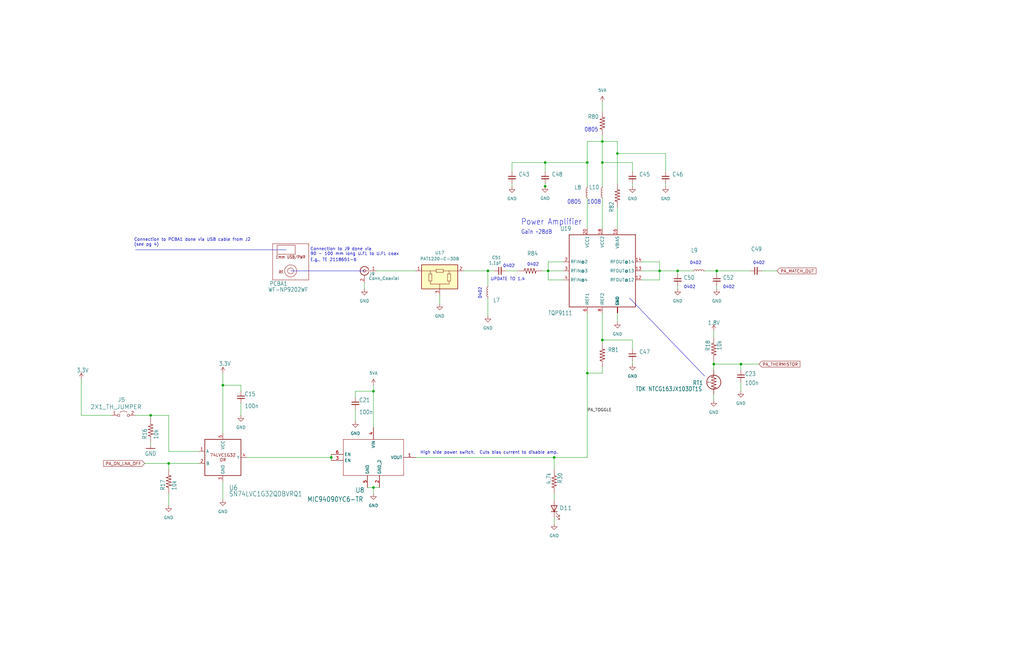
<source format=kicad_sch>
(kicad_sch (version 20250114) (generator "eeschema") (generator_version "9.0")
  (paper "B")
  (title_block (title "Oresat DxWifi Card") (date "2025-05-28") (rev "2"))
  (lib_symbols
    (symbol "Connector:Conn_Coaxial" (pin_names (offset 1.016) (hide yes))
      (property "Reference" "J" (at 0.254 3.048 0))
      (property "Value" "Conn_Coaxial" (at 2.921 0 90))
      (symbol "Conn_Coaxial_0_1"
        (polyline (pts (xy -2.54 0) (xy -0.508 0)))
        (arc (start -1.778 0.508) (mid 0.222 1.8083) (end 1.778 0) (stroke (width 0.254)))
        (arc (start 1.778 0) (mid 0.222 -1.808) (end -1.778 -0.508) (stroke (width 0.254)))
        (circle (center 0 0) (radius 0.508) (stroke (width 0.2032)))
        (polyline (pts (xy 0 -2.54) (xy 0 -1.778)))
      )
      (symbol "Conn_Coaxial_1_1"
        (pin passive line (at -5.08 0 0) (length 2.54) (name "In") (number "1"))
        (pin passive line (at 0 -5.08 90) (length 2.54) (name "Ext") (number "2"))
      )
    )
    (symbol "Device:C_Small" (pin_numbers (hide yes)) (pin_names (offset 0.254) (hide yes))
      (property "Reference" "C" (at 0.254 1.778 0))
      (property "Value" "C_Small" (at 0.254 -2.032 0))
      (symbol "C_Small_0_1"
        (polyline (pts (xy -1.524 0.508) (xy 1.524 0.508)) (stroke (width 0.3048)))
        (polyline (pts (xy -1.524 -0.508) (xy 1.524 -0.508)) (stroke (width 0.3302)))
      )
      (symbol "C_Small_1_1"
        (pin passive line (at 0 2.54 270) (length 2.032) (name "~") (number "1"))
        (pin passive line (at 0 -2.54 90) (length 2.032) (name "~") (number "2"))
      )
    )
    (symbol "Device:LED" (pin_numbers (hide yes)) (pin_names (offset 1.016) (hide yes))
      (property "Reference" "D" (at 0 2.54 0))
      (property "Value" "LED" (at 0 -2.54 0))
      (symbol "LED_0_1"
        (polyline (pts (xy -3.048 -0.762) (xy -4.572 -2.286) (xy -3.81 -2.286) (xy -4.572 -2.286) (xy -4.572 -1.524)))
        (polyline (pts (xy -1.778 -0.762) (xy -3.302 -2.286) (xy -2.54 -2.286) (xy -3.302 -2.286) (xy -3.302 -1.524)))
        (polyline (pts (xy -1.27 0) (xy 1.27 0)))
        (polyline (pts (xy -1.27 -1.27) (xy -1.27 1.27)) (stroke (width 0.254)))
        (polyline (pts (xy 1.27 -1.27) (xy 1.27 1.27) (xy -1.27 0) (xy 1.27 -1.27)) (stroke (width 0.254)))
      )
      (symbol "LED_1_1"
        (pin passive line (at -3.81 0 0) (length 2.54) (name "K") (number "1"))
        (pin passive line (at 3.81 0 180) (length 2.54) (name "A") (number "2"))
      )
    )
    (symbol "Device:L_Small" (pin_numbers (hide yes)) (pin_names (offset 0.254) (hide yes))
      (property "Reference" "L" (at 0.762 1.016 0))
      (property "Value" "L_Small" (at 0.762 -1.016 0))
      (symbol "L_Small_0_1"
        (arc (start 0 2.032) (mid 0.5058 1.524) (end 0 1.016))
        (arc (start 0 1.016) (mid 0.5058 0.508) (end 0 0))
        (arc (start 0 0) (mid 0.5058 -0.508) (end 0 -1.016))
        (arc (start 0 -1.016) (mid 0.5058 -1.524) (end 0 -2.032))
      )
      (symbol "L_Small_1_1"
        (pin passive line (at 0 2.54 270) (length 0.508) (name "~") (number "1"))
        (pin passive line (at 0 -2.54 90) (length 0.508) (name "~") (number "2"))
      )
    )
    (symbol "Jumper:Jumper_2_Open" (pin_names (offset 0) (hide yes))
      (property "Reference" "JP" (at 0 2.794 0))
      (property "Value" "Jumper_2_Open" (at 0 -2.286 0))
      (symbol "Jumper_2_Open_0_0"
        (circle (center -2.032 0) (radius 0.508))
        (circle (center 2.032 0) (radius 0.508))
      )
      (symbol "Jumper_2_Open_0_1"
        (arc (start -1.524 1.27) (mid 0 1.778) (end 1.524 1.27))
      )
      (symbol "Jumper_2_Open_1_1"
        (pin passive line (at -5.08 0 0) (length 2.54) (name "A") (number "1"))
        (pin passive line (at 5.08 0 180) (length 2.54) (name "B") (number "2"))
      )
    )
    (symbol "RF:PAT1220-C-3DB"
      (property "Reference" "U" (at -6.35 6.35 0))
      (property "Value" "PAT1220-C-3DB" (at 5.08 6.35 0))
      (symbol "PAT1220-C-3DB_0_1"
        (rectangle (start -7.62 5.08) (end 7.62 -5.08) (stroke (width 0.254)) (fill (type background)))
        (polyline (pts (xy -3.937 1.27) (xy -3.937 2.54)))
        (polyline (pts (xy -3.937 -3.048) (xy 3.937 -3.048)))
        (polyline (pts (xy -1.524 2.54) (xy -7.62 2.54)))
        (polyline (pts (xy 0 -5.08) (xy 0 -3.048)))
        (polyline (pts (xy 3.937 1.27) (xy 3.937 2.54)))
        (pin passive line (at 0 -7.62 90) (length 2.54) (name "~") (number "3"))
      )
      (symbol "PAT1220-C-3DB_1_1"
        (rectangle (start -4.572 -1.778) (end -3.302 1.27))
        (polyline (pts (xy -3.937 -3.048) (xy -3.937 -1.778)))
        (rectangle (start -1.524 3.175) (end 1.524 1.905))
        (rectangle (start 3.302 -1.778) (end 4.572 1.27))
        (polyline (pts (xy 3.937 -3.048) (xy 3.937 -1.778)))
        (polyline (pts (xy 7.62 2.54) (xy 1.524 2.54)))
        (pin passive line (at -10.16 2.54 0) (length 2.54) (name "~") (number "1"))
        (pin passive line (at 10.16 2.54 180) (length 2.54) (name "~") (number "2"))
      )
    )
    (symbol "oresat-ics:MIC94090YC6-TR"
      (property "Reference" "U8" (at 7.62 -12.7 0))
      (property "Value" "MIC94090YC6-TR" (at 27.94 -16.51 0))
      (symbol "MIC94090YC6-TR_1_0"
        (polyline (pts (xy -12.7 7.62) (xy -12.7 -7.62)) (stroke (width 0.1524)))
        (polyline (pts (xy -12.7 -7.62) (xy 12.7 -7.62)) (stroke (width 0.1524)))
        (polyline (pts (xy 12.7 7.62) (xy -12.7 7.62)) (stroke (width 0.1524)))
        (polyline (pts (xy 12.7 -7.62) (xy 12.7 7.62)) (stroke (width 0.1524)))
        (pin output line (at -17.78 0 0) (length 5.08) (name "VOUT") (number "1"))
        (pin passive line (at -2.54 -12.7 90) (length 5.08) (name "GND_2") (number "2"))
        (pin input line (at 0 12.7 270) (length 5.08) (name "VIN") (number "4"))
        (pin passive line (at 2.54 -12.7 90) (length 5.08) (name "GND") (number "5"))
        (pin input line (at 17.78 1.27 180) (length 5.08) (name "EN") (number "6"))
      )
      (symbol "MIC94090YC6-TR_1_1"
        (pin input line (at 17.78 -1.27 180) (length 5.08) (name "EN") (number "3"))
      )
    )
    (symbol "oresat-ics:SN74LVC1G32QDBVRQ1"
      (property "Reference" "U" (at -6.35 8.89 0))
      (property "Value" "SN74LVC1G32QDBVRQ1" (at 11.43 -8.89 0))
      (symbol "SN74LVC1G32QDBVRQ1_0_1"
        (rectangle (start -7.62 7.62) (end 7.62 -7.62) (stroke (width 0.254)))
        (text "74LVC1G32\nOR" (at 0 0 0) (effects (font (size 1.27 1.27))))
      )
      (symbol "SN74LVC1G32QDBVRQ1_1_1"
        (pin input line (at -10.16 2.54 0) (length 2.54) (name "A") (number "1"))
        (pin input line (at -10.16 -2.54 0) (length 2.54) (name "B") (number "2"))
        (pin power_in line (at 0 10.16 270) (length 2.54) (name "VCC") (number "5"))
        (pin power_in line (at 0 -10.16 90) (length 2.54) (name "GND") (number "3"))
        (pin output line (at 10.16 0 180) (length 2.54) (name "Y") (number "4"))
      )
    )
    (symbol "oresat-ics:TQP9111"
      (property "Reference" "U19" (at -17.78 17.78 0))
      (property "Value" "TQP9111" (at -22.86 -17.78 0))
      (symbol "TQP9111_1_0"
        (polyline (pts (xy -13.97 15.24) (xy -13.97 -15.24)) (stroke (width 0.254)))
        (polyline (pts (xy -13.97 15.24) (xy 13.97 15.24)) (stroke (width 0.254)))
        (polyline (pts (xy 13.97 -15.24) (xy -13.97 -15.24)) (stroke (width 0.254)))
        (polyline (pts (xy 13.97 -15.24) (xy 13.97 15.24)) (stroke (width 0.254)))
        (pin input line (at -16.51 3.81 0) (length 2.54) (name "RFIN@2") (number "2"))
        (pin input line (at -16.51 0 0) (length 2.54) (name "RFIN@3") (number "3"))
        (pin input line (at -16.51 -3.81 0) (length 2.54) (name "RFIN@4") (number "4"))
        (pin power_in line (at -6.35 17.78 270) (length 2.54) (name "VCC1") (number "20"))
        (pin passive line (at -6.35 -17.78 90) (length 2.54) (name "IREF1") (number "6"))
        (pin power_in line (at 0 17.78 270) (length 2.54) (name "VCC2") (number "18"))
        (pin passive line (at 0 -17.78 90) (length 2.54) (name "IREF2") (number "8"))
        (pin power_in line (at 6.35 17.78 270) (length 2.54) (name "VBIAS") (number "16"))
        (pin power_in line (at 6.35 -17.78 90) (length 2.54) (name "GND") (number "1"))
        (pin power_in line (at 6.35 -17.78 90) (length 2.54) (name "GND") (number "10"))
        (pin power_in line (at 6.35 -17.78 90) (length 2.54) (name "GND") (number "11"))
        (pin power_in line (at 6.35 -17.78 90) (length 2.54) (name "GND") (number "15"))
        (pin power_in line (at 6.35 -17.78 90) (length 2.54) (name "GND") (number "17"))
        (pin power_in line (at 6.35 -17.78 90) (length 2.54) (name "GND") (number "19"))
        (pin power_in line (at 6.35 -17.78 90) (length 2.54) (name "GND") (number "21"))
        (pin power_in line (at 6.35 -17.78 90) (length 2.54) (name "GND") (number "5"))
        (pin power_in line (at 6.35 -17.78 90) (length 2.54) (name "GND") (number "7"))
        (pin power_in line (at 6.35 -17.78 90) (length 2.54) (name "GND") (number "9"))
        (pin output line (at 16.51 3.81 180) (length 2.54) (name "RFOUT@14") (number "14"))
        (pin output line (at 16.51 0 180) (length 2.54) (name "RFOUT@13") (number "13"))
        (pin output line (at 16.51 -3.81 180) (length 2.54) (name "RFOUT@12") (number "12"))
      )
    )
    (symbol "oresat-live-card-eagle-import:WF-NP9202WF"
      (property "Reference" "PCBA" (at -2.54 -10.16 0))
      (property "Value" "WF-NP9202WF" (at -2.54 -12.7 0))
      (symbol "WF-NP9202WF_1_0"
        (polyline (pts (xy -7.62 7.62) (xy 7.62 7.62)) (stroke (width 0.1524)))
        (polyline (pts (xy -7.62 -7.62) (xy -7.62 7.62)) (stroke (width 0.1524)))
        (polyline (pts (xy -5.715 6.985) (xy 1.905 6.985)) (stroke (width 0.1524)))
        (polyline (pts (xy -5.715 3.175) (xy -5.715 6.985)) (stroke (width 0.1524)))
        (circle (center 0 -3.81) (radius 1.27) (stroke (width 0.1524)))
        (circle (center 0 -3.81) (radius 2.54) (stroke (width 0.1524)))
        (polyline (pts (xy 1.905 6.985) (xy 1.905 3.175)) (stroke (width 0.1524)))
        (polyline (pts (xy 1.905 3.175) (xy -5.715 3.175)) (stroke (width 0.1524)))
        (polyline (pts (xy 7.62 7.62) (xy 7.62 -7.62)) (stroke (width 0.1524)))
        (polyline (pts (xy 7.62 -7.62) (xy -7.62 -7.62)) (stroke (width 0.1524)))
        (text "1mm USB/PWR" (at -6.35 1.27 0) (effects (font (size 1.27 1.0795)) (justify left bottom)))
        (text "RF" (at -5.08 -5.08 0) (effects (font (size 1.27 1.0795)) (justify left bottom)))
      )
    )
    (symbol "oresat-passives:R-US"
      (property "Reference" "R" (at 0 2.54 0))
      (symbol "R-US_1_0"
        (polyline (pts (xy -2.54 0) (xy -2.159 1.016)) (stroke (width 0.2032)))
        (polyline (pts (xy -2.159 1.016) (xy -1.524 -1.016)) (stroke (width 0.2032)))
        (polyline (pts (xy -1.524 -1.016) (xy -0.889 1.016)) (stroke (width 0.2032)))
        (polyline (pts (xy -0.889 1.016) (xy -0.254 -1.016)) (stroke (width 0.2032)))
        (polyline (pts (xy -0.254 -1.016) (xy 0.381 1.016)) (stroke (width 0.2032)))
        (polyline (pts (xy 0.381 1.016) (xy 1.016 -1.016)) (stroke (width 0.2032)))
        (polyline (pts (xy 1.016 -1.016) (xy 1.651 1.016)) (stroke (width 0.2032)))
        (polyline (pts (xy 1.651 1.016) (xy 2.286 -1.016)) (stroke (width 0.2032)))
        (polyline (pts (xy 2.286 -1.016) (xy 2.54 0)) (stroke (width 0.2032)))
        (pin passive line (at -5.08 0 0) (length 2.54) (name "1") (number "1"))
        (pin passive line (at 5.08 0 180) (length 2.54) (name "2") (number "2"))
      )
    )
    (symbol "oresat-passives:THERMISTOR"
      (property "Reference" "RT1" (at 1.27 8.89 90))
      (property "Value" "TDK NTCG163JX103DT1S" (at 3.81 33.02 90))
      (symbol "THERMISTOR_1_0"
        (polyline (pts (xy -2.54 0) (xy -2.159 1.016)) (stroke (width 0.2032)))
        (polyline (pts (xy -2.159 1.016) (xy -1.524 -1.016)) (stroke (width 0.2032)))
        (polyline (pts (xy -1.524 -1.016) (xy -0.889 1.016)) (stroke (width 0.2032)))
        (polyline (pts (xy -0.889 1.016) (xy -0.254 -1.016)) (stroke (width 0.2032)))
        (polyline (pts (xy -0.254 -1.016) (xy 0.381 1.016)) (stroke (width 0.2032)))
        (circle (center 0 0) (radius 2.9729) (stroke (width 0.254)))
        (polyline (pts (xy 0.381 1.016) (xy 1.016 -1.016)) (stroke (width 0.2032)))
        (polyline (pts (xy 1.016 -1.016) (xy 1.651 1.016)) (stroke (width 0.2032)))
        (polyline (pts (xy 1.651 1.016) (xy 2.286 -1.016)) (stroke (width 0.2032)))
        (polyline (pts (xy 2.286 -1.016) (xy 2.54 0)) (stroke (width 0.2032)))
        (text "T" (at -0.508 1.016 0) (effects (font (size 1.27 1.0795)) (justify left bottom)))
        (pin passive line (at -5.08 0 0) (length 2.54) (name "1") (number "1"))
        (pin passive line (at 5.08 0 180) (length 2.54) (name "2") (number "2"))
      )
    )
    (symbol "oresat-power:1.8V" (power) (pin_names (offset 0))
      (property "Value" "1.8V" (at 0 3.556 0))
      (symbol "1.8V_0_1"
        (polyline (pts (xy -0.762 1.27) (xy 0 2.54)))
        (polyline (pts (xy 0 2.54) (xy 0.762 1.27)))
        (polyline (pts (xy 0 0) (xy 0 2.54)))
      )
      (symbol "1.8V_1_1"
        (pin power_in line (at 0 0 90) (length 0) (hide yes) (name "1.8V") (number "1"))
      )
    )
    (symbol "oresat-power:3.3V" (power) (pin_names (offset 0))
      (property "Value" "3.3V" (at 0 3.556 0))
      (symbol "3.3V_0_1"
        (polyline (pts (xy -0.762 1.27) (xy 0 2.54)))
        (polyline (pts (xy 0 2.54) (xy 0.762 1.27)))
        (polyline (pts (xy 0 0) (xy 0 2.54)))
      )
      (symbol "3.3V_1_1"
        (pin power_in line (at 0 0 90) (length 0) (hide yes) (name "3.3V") (number "1"))
      )
    )
    (symbol "oresat-power:5VA" (power) (pin_names (offset 0))
      (property "Value" "5VA" (at 0 3.556 0))
      (symbol "5VA_0_1"
        (polyline (pts (xy -0.762 1.27) (xy 0 2.54)))
        (polyline (pts (xy 0 2.54) (xy 0.762 1.27)))
        (polyline (pts (xy 0 0) (xy 0 2.54)))
      )
      (symbol "5VA_1_1"
        (pin power_in line (at 0 0 90) (length 0) (hide yes) (name "5VA") (number "1"))
      )
    )
    (symbol "oresat-power:GND" (power) (pin_numbers (hide yes)) (pin_names (offset 0) (hide yes))
      (property "Value" "GND" (at 0 -2.54 0))
      (symbol "GND_1_1"
        (polyline (pts (xy 0 -1.27) (xy -1.905 -1.27)) (stroke (width 0.254)))
        (polyline (pts (xy 0 -1.27) (xy 1.905 -1.27)) (stroke (width 0.254)))
        (pin power_in line (at 0 0 270) (length 1.27) (name "GND") (number "1"))
      )
    )
    (symbol "power:GND" (power) (pin_numbers (hide yes)) (pin_names (offset 0) (hide yes))
      (property "Value" "GND" (at 0 -3.81 0))
      (symbol "GND_0_1"
        (polyline (pts (xy 0 0) (xy 0 -1.27) (xy 1.27 -1.27) (xy 0 -2.54) (xy -1.27 -1.27) (xy 0 -1.27)))
      )
      (symbol "GND_1_1"
        (pin power_in line (at 0 0 270) (length 0) (name "~") (number "1"))
      )
    )
  )
  (text "0402\n" (at 317.5 111.76 0) (effects (font (size 1.27 1.27)) (justify left bottom)))
  (text "High side power switch.  Cuts bias current to disable amp." (at 177.165 191.77 0) (effects (font (size 1.27 1.27)) (justify left bottom)))
  (text "0402\n" (at 290.83 111.76 0) (effects (font (size 1.27 1.27)) (justify left bottom)))
  (text "1008" (at 253.492 86.36 0) (effects (font (size 1.778 1.5113)) (justify right bottom)))
  (text "0402\n" (at 203.2 126.238 90) (effects (font (size 1.27 1.27)) (justify left bottom)))
  (text "0805" (at 245.11 86.36 0) (effects (font (size 1.778 1.5113)) (justify right bottom)))
  (text "Gain ~28dB" (at 219.71 99.06 0) (effects (font (size 1.778 1.5113)) (justify left bottom)))
  (text "0805" (at 246.38 55.88 0) (effects (font (size 1.778 1.5113)) (justify left bottom)))
  (text "E.g., TE 2118651-6" (at 130.81 110.49 0) (effects (font (size 1.27 1.27)) (justify left bottom)))
  (text "0402\n" (at 212.09 113.03 0) (effects (font (size 1.27 1.27)) (justify left bottom)))
  (text "0402\n" (at 304.8 121.92 0) (effects (font (size 1.27 1.27)) (justify left bottom)))
  (text "Power Amplifier" (at 219.71 95.25 0) (effects (font (size 2.54 2.159)) (justify left bottom)))
  (text "0402\n" (at 288.29 121.92 0) (effects (font (size 1.27 1.27)) (justify left bottom)))
  (text "0402\n" (at 222.25 112.395 0) (effects (font (size 1.27 1.27)) (justify left bottom)))
  (text "Connection to PCBA1 done via USB cable from J2\n(see pg 4)\n\n" (at 56.515 106.045 0) (effects (font (size 1.27 1.27)) (justify left bottom)))
  (text "UPDATE TO 1.4\n" (at 214.122 117.856 0) (effects (font (size 1.27 1.27))))
  (text "Connection to J9 done via \n90 - 100 mm long U.FL to U.FL coax\n" (at 130.81 107.95 0) (effects (font (size 1.27 1.27)) (justify left bottom)))
  (junction (at 71.12 195.58))
  (junction (at 278.13 114.3))
  (junction (at 139.7 193.04))
  (junction (at 229.87 78.6264))
  (junction (at 157.48 205.74))
  (junction (at 312.42 153.67))
  (junction (at 93.98 162.56))
  (junction (at 233.68 193.04))
  (junction (at 63.5 175.26))
  (junction (at 285.75 114.3))
  (junction (at 205.74 114.3))
  (junction (at 157.48 165.1))
  (junction (at 247.65 157.48))
  (junction (at 254 68.58))
  (junction (at 254 59.69))
  (junction (at 229.87 68.58))
  (junction (at 247.65 68.58))
  (junction (at 302.26 114.3))
  (junction (at 231.14 114.3))
  (junction (at 260.35 64.77))
  (junction (at 300.99 153.67))
  (junction (at 254 143.51))
  (wire (pts (xy 247.65 83.82) (xy 247.65 96.52)))
  (wire (pts (xy 266.7 68.58) (xy 254 68.58)))
  (wire (pts (xy 237.49 114.3) (xy 231.14 114.3)))
  (wire (pts (xy 101.6 162.56) (xy 93.98 162.56)))
  (wire (pts (xy 278.13 114.3) (xy 285.75 114.3)))
  (wire (pts (xy 254 46.99) (xy 254 43.18)))
  (wire (pts (xy 247.65 68.58) (xy 247.65 78.74)))
  (wire (pts (xy 247.65 59.69) (xy 254 59.69)))
  (wire (pts (xy 254 57.15) (xy 254 59.69)))
  (wire (pts (xy 233.68 193.04) (xy 233.68 198.12)))
  (wire (pts (xy 321.31 114.3) (xy 327.66 114.3)))
  (wire (pts (xy 231.14 114.3) (xy 228.6 114.3)))
  (wire (pts (xy 270.51 114.3) (xy 278.13 114.3)))
  (wire (pts (xy 205.74 125.73) (xy 205.74 133.35)))
  (wire (pts (xy 278.13 114.3) (xy 278.13 118.11)))
  (wire (pts (xy 312.42 153.67) (xy 312.42 156.21)))
  (wire (pts (xy 300.99 152.4) (xy 300.99 153.67)))
  (wire (pts (xy 149.86 172.72) (xy 149.86 177.8)))
  (wire (pts (xy 229.87 72.39) (xy 229.87 68.58)))
  (wire (pts (xy 270.51 110.49) (xy 278.13 110.49)))
  (wire (pts (xy 233.68 193.04) (xy 247.65 193.04)))
  (wire (pts (xy 153.67 119.38) (xy 153.67 121.92)))
  (wire (pts (xy 266.7 143.51) (xy 266.7 147.32)))
  (wire (pts (xy 302.26 114.3) (xy 316.23 114.3)))
  (wire (pts (xy 205.74 114.3) (xy 208.28 114.3)))
  (wire (pts (xy 297.18 114.3) (xy 302.26 114.3)))
  (wire (pts (xy 93.98 203.2) (xy 93.98 210.82)))
  (wire (pts (xy 139.7 191.77) (xy 139.7 193.04)))
  (wire (pts (xy 231.14 118.11) (xy 237.49 118.11)))
  (wire (pts (xy 71.12 175.26) (xy 63.5 175.26)))
  (wire (pts (xy 254 68.58) (xy 254 59.69)))
  (wire (pts (xy 285.75 121.92) (xy 285.75 120.65)))
  (wire (pts (xy 266.7 77.47) (xy 266.7 78.74)))
  (wire (pts (xy 300.99 166.37) (xy 300.99 168.91)))
  (wire (pts (xy 139.7 193.04) (xy 139.7 194.31)))
  (wire (pts (xy 280.67 64.77) (xy 260.35 64.77)))
  (wire (pts (xy 104.14 193.04) (xy 139.7 193.04)))
  (wire (pts (xy 300.99 153.67) (xy 300.99 156.21)))
  (wire (pts (xy 71.12 213.36) (xy 71.12 208.28)))
  (wire (pts (xy 237.49 110.49) (xy 231.14 110.49)))
  (wire (pts (xy 254 154.94) (xy 254 157.48)))
  (wire (pts (xy 60.96 195.58) (xy 71.12 195.58)))
  (polyline (pts (xy 57.15 105.41) (xy 120.65 105.41)))
  (wire (pts (xy 280.67 77.47) (xy 280.67 78.74)))
  (wire (pts (xy 215.9 72.39) (xy 215.9 68.58)))
  (wire (pts (xy 213.36 114.3) (xy 218.44 114.3)))
  (wire (pts (xy 254 143.51) (xy 254 144.78)))
  (wire (pts (xy 205.74 114.3) (xy 205.74 120.65)))
  (wire (pts (xy 34.29 175.26) (xy 34.29 160.02)))
  (wire (pts (xy 233.68 208.28) (xy 233.68 210.82)))
  (wire (pts (xy 63.5 175.26) (xy 63.5 176.53)))
  (wire (pts (xy 302.26 115.57) (xy 302.26 114.3)))
  (wire (pts (xy 302.26 120.65) (xy 302.26 121.92)))
  (wire (pts (xy 231.14 114.3) (xy 231.14 118.11)))
  (wire (pts (xy 278.13 110.49) (xy 278.13 114.3)))
  (wire (pts (xy 285.75 114.3) (xy 292.1 114.3)))
  (wire (pts (xy 231.14 110.49) (xy 231.14 114.3)))
  (wire (pts (xy 175.26 193.04) (xy 233.68 193.04)))
  (wire (pts (xy 254 83.82) (xy 254 96.52)))
  (wire (pts (xy 215.9 77.47) (xy 215.9 78.74)))
  (wire (pts (xy 185.42 124.46) (xy 185.42 128.27)))
  (wire (pts (xy 229.87 77.47) (xy 229.87 78.6264)))
  (wire (pts (xy 71.12 190.5) (xy 83.82 190.5)))
  (wire (pts (xy 195.58 114.3) (xy 205.74 114.3)))
  (wire (pts (xy 285.75 115.57) (xy 285.75 114.3)))
  (wire (pts (xy 300.99 139.7) (xy 300.99 142.24)))
  (wire (pts (xy 254 143.51) (xy 266.7 143.51)))
  (wire (pts (xy 247.65 59.69) (xy 247.65 68.58)))
  (wire (pts (xy 300.99 153.67) (xy 312.42 153.67)))
  (wire (pts (xy 260.35 77.47) (xy 260.35 64.77)))
  (wire (pts (xy 247.65 132.08) (xy 247.65 157.48)))
  (wire (pts (xy 149.86 167.64) (xy 149.86 165.1)))
  (wire (pts (xy 254 157.48) (xy 247.65 157.48)))
  (wire (pts (xy 260.35 64.77) (xy 260.35 59.69)))
  (wire (pts (xy 157.48 205.74) (xy 157.48 208.28)))
  (wire (pts (xy 280.67 72.39) (xy 280.67 64.77)))
  (wire (pts (xy 101.6 170.18) (xy 101.6 175.26)))
  (wire (pts (xy 71.12 190.5) (xy 71.12 175.26)))
  (wire (pts (xy 266.7 152.4) (xy 266.7 153.67)))
  (wire (pts (xy 157.48 165.1) (xy 157.48 180.34)))
  (wire (pts (xy 233.68 218.44) (xy 233.68 220.98)))
  (wire (pts (xy 101.6 165.1) (xy 101.6 162.56)))
  (wire (pts (xy 260.35 132.08) (xy 260.35 135.89)))
  (wire (pts (xy 278.13 118.11) (xy 270.51 118.11)))
  (polyline (pts (xy 265.43 125.73) (xy 297.18 158.75)))
  (wire (pts (xy 247.65 193.04) (xy 247.65 157.48)))
  (wire (pts (xy 93.98 162.56) (xy 93.98 182.88)))
  (wire (pts (xy 254 68.58) (xy 254 78.74)))
  (wire (pts (xy 312.42 161.29) (xy 312.42 165.1)))
  (wire (pts (xy 260.35 87.63) (xy 260.35 96.52)))
  (wire (pts (xy 158.75 114.3) (xy 175.26 114.3)))
  (wire (pts (xy 254 132.08) (xy 254 143.51)))
  (wire (pts (xy 312.42 153.67) (xy 320.04 153.67)))
  (polyline (pts (xy 122.555 114.3) (xy 153.67 114.3)))
  (wire (pts (xy 57.15 175.26) (xy 63.5 175.26)))
  (wire (pts (xy 157.48 205.74) (xy 160.02 205.74)))
  (wire (pts (xy 93.98 157.48) (xy 93.98 162.56)))
  (wire (pts (xy 46.99 175.26) (xy 34.29 175.26)))
  (wire (pts (xy 215.9 68.58) (xy 229.87 68.58)))
  (wire (pts (xy 266.7 72.39) (xy 266.7 68.58)))
  (wire (pts (xy 229.87 68.58) (xy 247.65 68.58)))
  (wire (pts (xy 149.86 165.1) (xy 157.48 165.1)))
  (wire (pts (xy 71.12 195.58) (xy 83.82 195.58)))
  (wire (pts (xy 254 59.69) (xy 260.35 59.69)))
  (wire (pts (xy 157.48 165.1) (xy 157.48 162.56)))
  (wire (pts (xy 71.12 195.58) (xy 71.12 198.12)))
  (wire (pts (xy 154.94 205.74) (xy 157.48 205.74)))
  (wire (pts (xy 229.87 78.6264) (xy 229.87 78.74)))
  (wire (pts (xy 63.5 187.96) (xy 63.5 186.69)))
  (label "PA_TOGGLE" (at 247.65 173.99 0) (effects (font (size 1.2446 1.2446))))
  (global_label "PA_THERMISTOR" (shape input) (at 320.04 153.67 0) (property "Intersheetrefs" "${INTERSHEET_REFS}" (at 337.9023 153.67 0) (effects (font (size 0.889 0.889)) (justify left))))
  (global_label "PA_ON_LNA_OFF" (shape input) (at 60.96 195.58 180) (property "Intersheetrefs" "${INTERSHEET_REFS}" (at 43.0975 195.58 0) (effects (font (size 0.889 0.889)) (justify right))))
  (global_label "PA_MATCH_OUT" (shape input) (at 327.66 114.3 0) (property "Intersheetrefs" "${INTERSHEET_REFS}" (at 344.6757 114.3 0) (effects (font (size 0.889 0.889)) (justify left))))
  (symbol (lib_id "RF:PAT1220-C-3DB") (at 185.42 116.84 0) (unit 1)
    (property "Reference" "U17" (at 185.42 106.68 0))
    (property "Value" "PAT1220-C-3DB" (at 185.42 109.22 0))
    (property "Footprint" "RF_Converter:RF_Attenuator_Susumu_PAT1220" (effects (hide yes)))
    (property "Datasheet" "https://www.susumu.co.jp/common/pdf/n_catalog_partition16_en.pdf" (effects (hide yes)))
    (property "Description" "10GHz RF Attenuator, 50ohm Matched Impedance, 3dB Attenuation, PAT1220" (effects (hide yes)))
  )
  (symbol (lib_id "power:GND") (at 149.86 177.8 0) (unit 1)
    (property "Reference" "#PWR0107" (effects (hide yes)))
    (property "Value" "GND" (at 149.86 182.88 0))
    (property "Description" "Power symbol creates a global label with name \"GND\" , ground" (effects (hide yes)))
  )
  (symbol (lib_id "Device:C_Small") (at 210.82 114.3 90) (unit 1)
    (property "Reference" "C51" (at 211.328 107.95 90) (effects (justify left bottom)))
    (property "Value" "1.1pF" (at 211.582 110.236 90) (effects (justify left bottom)))
    (property "Footprint" "Resistor_SMD:R_0402_1005Metric" (effects (hide yes)))
    (property "Description" "50V 1.1pF .02pFTol ThinFilm 0402" (effects (hide yes)))
    (property "Distributor" "DigiKey" (effects (hide yes)))
    (property "MPN" "04025J1R1PBSTR\\500" (effects (hide yes)))
  )
  (symbol (lib_id "Jumper:Jumper_2_Open") (at 52.07 175.26 0) (unit 1)
    (property "Reference" "J5" (at 49.53 169.672 0) (effects (font (size 1.778 1.778)) (justify left bottom)))
    (property "Value" "2X1_TH_JUMPER" (at 38.1 172.72 0) (effects (font (size 1.778 1.778)) (justify left bottom)))
    (property "Footprint" "oresat-live-card:2X1" (effects (hide yes)))
  )
  (symbol (lib_id "power:GND") (at 215.9 78.74 0) (unit 1)
    (property "Reference" "#PWR084" (effects (hide yes)))
    (property "Value" "GND" (at 215.9 83.82 0))
    (property "Description" "Power symbol creates a global label with name \"GND\" , ground" (effects (hide yes)))
  )
  (symbol (lib_id "oresat-passives:R-US") (at 233.68 203.2 270) (unit 1)
    (property "Reference" "R30" (at 235.1786 199.39 0) (effects (font (size 1.778 1.5113)) (justify left bottom)))
    (property "Value" "4.7k" (at 230.378 199.39 0) (effects (font (size 1.778 1.5113)) (justify left bottom)))
    (property "Footprint" "Resistor_SMD:R_0603_1608Metric" (effects (hide yes)))
    (property "Description" "RES SMD 10K OHM 1% 1/10W 0603" (effects (hide yes)))
    (property "Distributor" "DigiKey" (effects (hide yes)))
    (property "MPN" "ERJ-3EKF1002V" (effects (hide yes)))
  )
  (symbol (lib_id "oresat-passives:R-US") (at 300.99 147.32 90) (mirror x) (unit 1)
    (property "Reference" "R18" (at 299.4914 143.51 0) (effects (font (size 1.778 1.5113)) (justify left bottom)))
    (property "Value" "10k" (at 304.292 143.51 0) (effects (font (size 1.778 1.5113)) (justify left bottom)))
    (property "Footprint" "Resistor_SMD:R_0603_1608Metric" (effects (hide yes)))
    (property "Description" "RES SMD 10K OHM 1% 1/10W 0603" (effects (hide yes)))
    (property "Distributor" "DigiKey" (effects (hide yes)))
    (property "MPN" "ERJ-3EKF1002V" (effects (hide yes)))
  )
  (symbol (lib_id "power:GND") (at 185.42 128.27 0) (unit 1)
    (property "Reference" "#PWR082" (effects (hide yes)))
    (property "Value" "GND" (at 185.42 133.35 0))
    (property "Description" "Power symbol creates a global label with name \"GND\" , ground" (effects (hide yes)))
  )
  (symbol (lib_id "Device:C_Small") (at 266.7 74.93 0) (unit 1)
    (property "Reference" "C45" (at 269.494 74.549 0) (effects (font (size 1.778 1.5113)) (justify left bottom)))
    (property "Value" "CGA2B1X7R1C104K050BC" (effects (hide yes)))
    (property "Footprint" "Resistor_SMD:R_0603_1608Metric" (effects (hide yes)))
    (property "Description" "0.1 µF ±10% 50V Ceramic Capacitor X7R 0603 (1608 Metric)" (effects (hide yes)))
    (property "Distributor" "DigiKey" (effects (hide yes)))
    (property "MPN" "CL10B104KB8WPNC" (effects (hide yes)))
  )
  (symbol (lib_id "Device:C_Small") (at 215.9 74.93 0) (unit 1)
    (property "Reference" "C43" (at 218.694 74.549 0) (effects (font (size 1.778 1.5113)) (justify left bottom)))
    (property "Value" "CGA2B1X7R1C104K050BC" (effects (hide yes)))
    (property "Footprint" "Resistor_SMD:R_0603_1608Metric" (effects (hide yes)))
    (property "Description" "0.1 µF ±10% 50V Ceramic Capacitor X7R 0603 (1608 Metric)" (effects (hide yes)))
    (property "Distributor" "DigiKey" (effects (hide yes)))
    (property "MPN" "CL10B104KB8WPNC" (effects (hide yes)))
  )
  (symbol (lib_id "Device:C_Small") (at 285.75 118.11 0) (unit 1)
    (property "Reference" "C50" (at 288.29 118.11 0) (effects (font (size 1.778 1.5113)) (justify left bottom)))
    (property "Value" "04025U3R0BAT2A" (effects (hide yes)))
    (property "Footprint" "Resistor_SMD:R_0402_1005Metric" (effects (hide yes)))
    (property "Description" "CAP CER 3PF 50V NP0 0402" (effects (hide yes)))
    (property "Distributor" "DigiKey" (effects (hide yes)))
    (property "MPN" "04025U3R0BAT2A" (effects (hide yes)))
  )
  (symbol (lib_id "oresat-passives:R-US") (at 63.5 181.61 90) (unit 1)
    (property "Reference" "R16" (at 62.0014 185.42 0) (effects (font (size 1.778 1.5113)) (justify left bottom)))
    (property "Value" "10k" (at 66.802 185.42 0) (effects (font (size 1.778 1.5113)) (justify left bottom)))
    (property "Footprint" "Resistor_SMD:R_0603_1608Metric" (effects (hide yes)))
    (property "Description" "RES SMD 10K OHM 1% 1/10W 0603" (effects (hide yes)))
    (property "Distributor" "DigiKey" (effects (hide yes)))
    (property "MPN" "ERJ-3EKF1002V" (effects (hide yes)))
  )
  (symbol (lib_id "power:GND") (at 300.99 168.91 0) (unit 1)
    (property "Reference" "#PWR091" (effects (hide yes)))
    (property "Value" "GND" (at 300.99 173.99 0))
    (property "Description" "Power symbol creates a global label with name \"GND\" , ground" (effects (hide yes)))
  )
  (symbol (lib_id "power:GND") (at 312.42 165.1 0) (unit 1)
    (property "Reference" "#PWR092" (effects (hide yes)))
    (property "Value" "GND" (at 312.42 170.18 0))
    (property "Description" "Power symbol creates a global label with name \"GND\" , ground" (effects (hide yes)))
  )
  (symbol (lib_id "Device:C_Small") (at 312.42 158.75 0) (mirror y) (unit 1)
    (property "Reference" "C23" (at 318.77 158.75 0) (effects (font (size 1.778 1.5113)) (justify left bottom)))
    (property "Value" "100n" (at 320.04 162.56 0) (effects (font (size 1.778 1.5113)) (justify left bottom)))
    (property "Footprint" "Resistor_SMD:R_0603_1608Metric" (effects (hide yes)))
    (property "Description" "0.1 µF ±10% 50V Ceramic Capacitor X7R 0603 (1608 Metric)" (effects (hide yes)))
    (property "Distributor" "DigiKey" (effects (hide yes)))
    (property "MPN" "CL10B104KB8WPNC" (effects (hide yes)))
  )
  (symbol (lib_id "Device:C_Small") (at 266.7 149.86 0) (unit 1)
    (property "Reference" "C47" (at 269.494 149.479 0) (effects (font (size 1.778 1.5113)) (justify left bottom)))
    (property "Value" "CGA2B1X7R1C104K050BC" (effects (hide yes)))
    (property "Footprint" "Resistor_SMD:R_0603_1608Metric" (effects (hide yes)))
    (property "Description" "0.1 µF ±10% 50V Ceramic Capacitor X7R 0603 (1608 Metric)" (effects (hide yes)))
    (property "Distributor" "DigiKey" (effects (hide yes)))
    (property "MPN" "CL10B104KB8WPNC" (effects (hide yes)))
  )
  (symbol (lib_id "power:GND") (at 302.26 121.92 0) (unit 1)
    (property "Reference" "#PWR088" (effects (hide yes)))
    (property "Value" "GND" (at 302.26 127 0))
    (property "Description" "Power symbol creates a global label with name \"GND\" , ground" (effects (hide yes)))
  )
  (symbol (lib_id "oresat-ics:SN74LVC1G32QDBVRQ1") (at 93.98 193.04 0) (unit 1)
    (property "Reference" "U6" (at 96.52 207.01 0) (effects (font (size 2.0828 1.7703)) (justify left bottom)))
    (property "Value" "SN74LVC1G32QDBVRQ1" (at 96.52 209.55 0) (effects (font (size 2.0828 1.7703)) (justify left bottom)))
    (property "Footprint" "oresat-live-card:DBV5" (effects (hide yes)))
    (property "Datasheet" "https://www.mouser.com/ProductDetail/Texas-Instruments/SN74LVC1G32QDBVRQ1?qs=7kv20MEVUlg16yKvxVArgw%3D%3D" (effects (hide yes)))
    (property "Description" "IC GATE OR 1CH 2-INP SOT23-5" (effects (hide yes)))
    (property "Distributor" "DigiKey" (effects (hide yes)))
    (property "MPN" "SN74LVC1G32QDBVRQ1" (effects (hide yes)))
  )
  (symbol (lib_id "oresat-passives:R-US") (at 71.12 203.2 90) (unit 1)
    (property "Reference" "R17" (at 69.6214 207.01 0) (effects (font (size 1.778 1.5113)) (justify left bottom)))
    (property "Value" "10k" (at 74.422 207.01 0) (effects (font (size 1.778 1.5113)) (justify left bottom)))
    (property "Footprint" "Resistor_SMD:R_0603_1608Metric" (effects (hide yes)))
    (property "Description" "RES SMD 10K OHM 1% 1/10W 0603" (effects (hide yes)))
    (property "Distributor" "DigiKey" (effects (hide yes)))
    (property "MPN" "ERJ-3EKF1002V" (effects (hide yes)))
  )
  (symbol (lib_id "Device:C_Small") (at 229.87 74.93 0) (unit 1)
    (property "Reference" "C48" (at 232.664 74.549 0) (effects (font (size 1.778 1.5113)) (justify left bottom)))
    (property "Value" "CGA2B2NP01H102J050BA" (effects (hide yes)))
    (property "Footprint" "Resistor_SMD:R_0402_1005Metric" (effects (hide yes)))
    (property "Description" "1000 pF ±10% 25V Ceramic Capacitor X7R 0402 (1005 Metric)" (effects (hide yes)))
    (property "Distributor" "DigiKey" (effects (hide yes)))
    (property "MPN" "TMF105B7102KVHF" (effects (hide yes)))
  )
  (symbol (lib_id "oresat-power:3.3V") (at 34.29 160.02 0) (unit 1)
    (property "Reference" "#3V0102" (effects (hide yes)))
    (property "Value" "3.3V" (at 32.258 157.226 0) (effects (font (size 1.778 1.5113)) (justify left bottom)))
    (property "Footprint" "oresat-live-card:" (effects (hide yes)))
  )
  (symbol (lib_id "Device:L_Small") (at 205.74 123.19 180) (unit 1)
    (property "Reference" "L7" (at 210.82 125.73 0) (effects (font (size 1.778 1.5113)) (justify left bottom)))
    (property "Value" "0402DC-1N7XJRU" (effects (hide yes)))
    (property "Footprint" "Resistor_SMD:R_0402_1005Metric" (effects (hide yes)))
    (property "Description" "1.7nH RF Inductor, ceramic core, 5% tol" (effects (hide yes)))
    (property "Distributor" "DigiKey" (effects (hide yes)))
    (property "MPN" "0402DC-1N7XJRU" (effects (hide yes)))
  )
  (symbol (lib_id "Device:LED") (at 233.68 214.63 90) (unit 1)
    (property "Reference" "D11" (at 241.3 213.36 90) (effects (font (size 1.778 1.778)) (justify left bottom)))
    (property "Value" "150060VS55040" (effects (hide yes)))
    (property "Footprint" "oresat-live-card:LED-0603" (effects (hide yes)))
    (property "Description" "Green 525nm LED 3.2V 0603" (effects (hide yes)))
    (property "MPN" "150060GS75020" (effects (hide yes)))
    (property "Distributor" "DigiKey" (effects (hide yes)))
  )
  (symbol (lib_id "power:GND") (at 280.67 78.74 0) (unit 1)
    (property "Reference" "#PWR087" (effects (hide yes)))
    (property "Value" "GND" (at 280.67 83.82 0))
    (property "Description" "Power symbol creates a global label with name \"GND\" , ground" (effects (hide yes)))
  )
  (symbol (lib_id "Device:L_Small") (at 247.65 81.28 180) (unit 1)
    (property "Reference" "L8" (at 245.11 78.105 0) (effects (font (size 1.778 1.5113)) (justify left bottom)))
    (property "Value" "0805CS-060XJLC" (effects (hide yes)))
    (property "Footprint" "Resistor_SMD:R_0805_2012Metric" (effects (hide yes)))
    (property "Description" "Fixed Inductors 0805CS 6.8 nH 5 % 0.6 A" (effects (hide yes)))
    (property "Distributor" "DigiKey" (effects (hide yes)))
    (property "MPN" "0805CS-060XJLC" (effects (hide yes)))
  )
  (symbol (lib_id "oresat-ics:TQP9111") (at 254 114.3 0) (unit 1)
    (property "Reference" "U19" (at 236.22 96.52 0) (effects (font (size 1.778 1.5113)) (justify left)))
    (property "Value" "TQP9111" (at 231.14 132.08 0) (effects (font (size 1.778 1.5113)) (justify left)))
    (property "Footprint" "oresat-live-card:QFN50P400X400X102-21N" (effects (hide yes)))
    (property "Datasheet" "https://www.mouser.com/datasheet/2/412/QP9111-1500700.pdf" (effects (hide yes)))
    (property "Description" "RF Amplifier 1.8-2.7GHz Gn 29.8dB" (effects (hide yes)))
    (property "MPN" "TQP9111" (effects (hide yes)))
    (property "Distributor" "DigiKey" (effects (hide yes)))
  )
  (symbol (lib_id "power:GND") (at 101.6 175.26 0) (unit 1)
    (property "Reference" "#PWR0108" (effects (hide yes)))
    (property "Value" "GND" (at 101.6 180.34 0))
    (property "Description" "Power symbol creates a global label with name \"GND\" , ground" (effects (hide yes)))
  )
  (symbol (lib_id "power:GND") (at 205.74 133.35 0) (unit 1)
    (property "Reference" "#PWR083" (effects (hide yes)))
    (property "Value" "GND" (at 205.74 138.43 0))
    (property "Description" "Power symbol creates a global label with name \"GND\" , ground" (effects (hide yes)))
  )
  (symbol (lib_id "Device:C_Small") (at 149.86 170.18 0) (unit 1)
    (property "Reference" "C21" (at 151.384 169.799 0) (effects (font (size 1.778 1.5113)) (justify left bottom)))
    (property "Value" "100n" (at 151.384 174.879 0) (effects (font (size 1.778 1.5113)) (justify left bottom)))
    (property "Footprint" "Resistor_SMD:R_0603_1608Metric" (effects (hide yes)))
    (property "Description" "0.1 µF ±10% 50V Ceramic Capacitor X7R 0603 (1608 Metric)" (effects (hide yes)))
    (property "Distributor" "DigiKey" (effects (hide yes)))
    (property "MPN" "CL10B104KB8WPNC" (effects (hide yes)))
  )
  (symbol (lib_id "oresat-passives:THERMISTOR") (at 300.99 161.29 90) (mirror x) (unit 1)
    (property "Reference" "RT1" (at 292.1 162.56 90) (effects (font (size 1.778 1.5113)) (justify right bottom)))
    (property "Value" "TDK NTCG163JX103DT1S" (at 267.97 165.1 90) (effects (font (size 1.778 1.5113)) (justify right bottom)))
    (property "Footprint" "oresat-live-card:0603-THERMISTOR-B" (effects (hide yes)))
    (property "Description" "THERMISTOR NTC 10KOHM 3380K 0603" (effects (hide yes)))
    (property "Distributor" "DigiKey" (effects (hide yes)))
    (property "MPN" "NTCG163JX103DT1S" (effects (hide yes)))
  )
  (symbol (lib_id "oresat-passives:R-US") (at 254 149.86 90) (unit 1)
    (property "Reference" "R81" (at 256.3114 148.59 90) (effects (font (size 1.778 1.5113)) (justify right top)))
    (property "Value" "ERJ-2RKF1100X" (effects (hide yes)))
    (property "Footprint" "Resistor_SMD:R_0402_1005Metric" (effects (hide yes)))
    (property "Description" "RES SMD 110 OHM 1% 1/10W 0402" (effects (hide yes)))
    (property "Distributor" "DigiKey" (effects (hide yes)))
    (property "MPN" "ERJ-2RKF1100X" (effects (hide yes)))
  )
  (symbol (lib_id "power:GND") (at 229.87 78.6264 0) (unit 1)
    (property "Reference" "#PWR085" (effects (hide yes)))
    (property "Value" "GND" (at 229.87 83.7064 0))
    (property "Description" "Power symbol creates a global label with name \"GND\" , ground" (effects (hide yes)))
  )
  (symbol (lib_id "Device:L_Small") (at 294.64 114.3 90) (unit 1)
    (property "Reference" "L9" (at 294.259 104.648 90) (effects (font (size 1.778 1.5113)) (justify left bottom)))
    (property "Value" "MLK1005S1N0ST000" (effects (hide yes)))
    (property "Footprint" "Resistor_SMD:R_0402_1005Metric" (effects (hide yes)))
    (property "Description" "FIXED IND 1NH 500MA 100 MOHM SMD" (effects (hide yes)))
    (property "Distributor" "DigiKey" (effects (hide yes)))
    (property "MPN" "MLK1005S1N0ST000" (effects (hide yes)))
  )
  (symbol (lib_id "power:GND") (at 153.67 121.92 0) (unit 1)
    (property "Reference" "#PWR081" (effects (hide yes)))
    (property "Value" "GND" (at 153.67 127 0))
    (property "Description" "Power symbol creates a global label with name \"GND\" , ground" (effects (hide yes)))
  )
  (symbol (lib_id "power:GND") (at 266.7 78.74 0) (unit 1)
    (property "Reference" "#PWR086" (effects (hide yes)))
    (property "Value" "GND" (at 266.7 83.82 0))
    (property "Description" "Power symbol creates a global label with name \"GND\" , ground" (effects (hide yes)))
  )
  (symbol (lib_id "oresat-power:5VA") (at 157.48 162.56 0) (unit 1)
    (property "Reference" "#5VA01" (effects (hide yes)))
    (property "Value" "5VA" (at 157.48 157.48 0))
  )
  (symbol (lib_id "oresat-power:1.8V") (at 300.99 139.7 0) (unit 1)
    (property "Reference" "#1V0101" (effects (hide yes)))
    (property "Value" "1.8V" (at 298.45 137.16 0) (effects (font (size 1.778 1.5113)) (justify left bottom)))
    (property "Footprint" "oresat-live-card:" (effects (hide yes)))
  )
  (symbol (lib_id "power:GND") (at 233.68 220.98 0) (unit 1)
    (property "Reference" "#PWR093" (effects (hide yes)))
    (property "Value" "GND" (at 233.68 226.06 0))
    (property "Description" "Power symbol creates a global label with name \"GND\" , ground" (effects (hide yes)))
  )
  (symbol (lib_id "Device:C_Small") (at 302.26 118.11 0) (unit 1)
    (property "Reference" "C52" (at 304.8 118.11 0) (effects (font (size 1.778 1.5113)) (justify left bottom)))
    (property "Value" "04025U1R6BAT2A" (effects (hide yes)))
    (property "Footprint" "Resistor_SMD:R_0402_1005Metric" (effects (hide yes)))
    (property "Description" "CAP CER 1.6PF 50V NP0 0402" (effects (hide yes)))
    (property "MPN" "04025U1R6BAT2A" (effects (hide yes)))
    (property "Distributor" "DigiKey" (effects (hide yes)))
  )
  (symbol (lib_id "oresat-power:3.3V") (at 93.98 157.48 0) (unit 1)
    (property "Reference" "#3V0101" (effects (hide yes)))
    (property "Value" "3.3V" (at 92.202 154.432 0) (effects (font (size 1.778 1.5113)) (justify left bottom)))
    (property "Footprint" "oresat-live-card:" (effects (hide yes)))
  )
  (symbol (lib_id "Device:C_Small") (at 280.67 74.93 0) (unit 1)
    (property "Reference" "C46" (at 283.464 74.549 0) (effects (font (size 1.778 1.5113)) (justify left bottom)))
    (property "Value" "CGA2B1X7R1C104K050BC" (effects (hide yes)))
    (property "Footprint" "Resistor_SMD:R_0603_1608Metric" (effects (hide yes)))
    (property "Description" "0.1 µF ±10% 50V Ceramic Capacitor X7R 0603 (1608 Metric)" (effects (hide yes)))
    (property "Distributor" "DigiKey" (effects (hide yes)))
    (property "MPN" "CL10B104KB8WPNC" (effects (hide yes)))
  )
  (symbol (lib_id "oresat-passives:R-US") (at 254 52.07 90) (unit 1)
    (property "Reference" "R80" (at 252.5014 48.26 90) (effects (font (size 1.778 1.5113)) (justify left bottom)))
    (property "Value" "ERJ-6GEY0R00V" (effects (hide yes)))
    (property "Footprint" "Resistor_SMD:R_0805_2012Metric" (effects (hide yes)))
    (property "Description" "RES SMD 0 OHM JUMPER 1/8W 0805" (effects (hide yes)))
    (property "Distributor" "DigiKey" (effects (hide yes)))
    (property "MPN" "ERJ-6GEY0R00V" (effects (hide yes)))
  )
  (symbol (lib_id "Device:L_Small") (at 254 81.28 180) (unit 1)
    (property "Reference" "L10" (at 252.73 78.994 0) (effects (font (size 1.778 1.5113)) (justify left)))
    (property "Value" "Fixed Inductors 1008 10nH Unshld 5% 1.6A 60mOhms" (effects (hide yes)))
    (property "Footprint" "oresat-live-card:INDC2928X203N" (effects (hide yes)))
    (property "Description" "Fixed Inductors 1008 10nH Unshld 5%" (effects (hide yes)))
    (property "Distributor" "DigiKey" (effects (hide yes)))
    (property "MPN" "1008HQ-10NXJLB" (effects (hide yes)))
  )
  (symbol (lib_id "power:GND") (at 266.7 153.67 0) (unit 1)
    (property "Reference" "#PWR090" (effects (hide yes)))
    (property "Value" "GND" (at 266.7 158.75 0))
    (property "Description" "Power symbol creates a global label with name \"GND\" , ground" (effects (hide yes)))
  )
  (symbol (lib_id "Connector:Conn_Coaxial") (at 153.67 114.3 0) (mirror y) (unit 1)
    (property "Reference" "J9" (at 156.845 115.57 0))
    (property "Value" "Conn_Coaxial" (at 161.925 117.475 0))
    (property "Footprint" "Connector_Coaxial:U.FL_Molex_MCRF_73412-0110_Vertical" (effects (hide yes)))
    (property "Datasheet" " ~" (effects (hide yes)))
  )
  (symbol (lib_id "power:GND") (at 93.98 210.82 0) (unit 1)
    (property "Reference" "#PWR095" (effects (hide yes)))
    (property "Value" "GND" (at 93.98 215.9 0))
    (property "Description" "Power symbol creates a global label with name \"GND\" , ground" (effects (hide yes)))
  )
  (symbol (lib_id "power:GND") (at 157.48 208.28 0) (unit 1)
    (property "Reference" "#PWR094" (effects (hide yes)))
    (property "Value" "GND" (at 157.48 213.36 0))
    (property "Description" "Power symbol creates a global label with name \"GND\" , ground" (effects (hide yes)))
  )
  (symbol (lib_id "Device:C_Small") (at 318.77 114.3 90) (unit 1)
    (property "Reference" "C49" (at 321.31 104.14 90) (effects (font (size 1.778 1.5113)) (justify left bottom)))
    (property "Value" "GCM1885C1H101JA16D" (effects (hide yes)))
    (property "Footprint" "Resistor_SMD:R_0402_1005Metric" (effects (hide yes)))
    (property "Description" "100 pF ±10% 16V Ceramic Capacitor X7R 0402 (1005 Metric)" (effects (hide yes)))
    (property "Distributor" "DigiKey" (effects (hide yes)))
    (property "MPN" "C0402C101K4RACAUTO" (effects (hide yes)))
  )
  (symbol (lib_id "power:GND") (at 260.35 135.89 0) (unit 1)
    (property "Reference" "#PWR0109" (effects (hide yes)))
    (property "Value" "GND" (at 260.35 140.97 0))
    (property "Description" "Power symbol creates a global label with name \"GND\" , ground" (effects (hide yes)))
  )
  (symbol (lib_id "power:GND") (at 285.75 121.92 0) (unit 1)
    (property "Reference" "#PWR089" (effects (hide yes)))
    (property "Value" "GND" (at 285.75 127 0))
    (property "Description" "Power symbol creates a global label with name \"GND\" , ground" (effects (hide yes)))
  )
  (symbol (lib_id "oresat-passives:R-US") (at 223.52 114.3 0) (unit 1)
    (property "Reference" "R84" (at 222.25 107.95 0) (effects (font (size 1.778 1.5113)) (justify left bottom)))
    (property "Value" "CRCW04023R30FKED" (effects (hide yes)))
    (property "Footprint" "Resistor_SMD:R_0402_1005Metric" (effects (hide yes)))
    (property "Description" "RES SMD 3.3 OHM 1% 1/16W 0402" (effects (hide yes)))
    (property "Distributor" "DigiKey" (effects (hide yes)))
    (property "MPN" "CRCW04023R30FKED" (effects (hide yes)))
  )
  (symbol (lib_id "oresat-passives:R-US") (at 260.35 82.55 90) (unit 1)
    (property "Reference" "R82" (at 258.8514 89.662 0) (effects (font (size 1.778 1.5113)) (justify left bottom)))
    (property "Value" "ERJ-3EKF2200V" (effects (hide yes)))
    (property "Footprint" "Resistor_SMD:R_0603_1608Metric" (effects (hide yes)))
    (property "Description" "RES SMD 220 OHM 1% 1/10W 0603" (effects (hide yes)))
    (property "Distributor" "DigiKey" (effects (hide yes)))
    (property "MPN" "ERJ-3EKF2200V" (effects (hide yes)))
  )
  (symbol (lib_id "Device:C_Small") (at 101.6 167.64 0) (unit 1)
    (property "Reference" "C15" (at 103.124 167.259 0) (effects (font (size 1.778 1.5113)) (justify left bottom)))
    (property "Value" "100n" (at 103.124 172.339 0) (effects (font (size 1.778 1.5113)) (justify left bottom)))
    (property "Footprint" "Resistor_SMD:R_0603_1608Metric" (effects (hide yes)))
    (property "Description" "0.1 µF ±10% 50V Ceramic Capacitor X7R 0603 (1608 Metric)" (effects (hide yes)))
    (property "Distributor" "DigiKey" (effects (hide yes)))
    (property "MPN" "CL10B104KB8WPNC" (effects (hide yes)))
  )
  (symbol (lib_id "power:GND") (at 71.12 213.36 0) (unit 1)
    (property "Reference" "#PWR096" (effects (hide yes)))
    (property "Value" "GND" (at 71.12 218.44 0))
    (property "Description" "Power symbol creates a global label with name \"GND\" , ground" (effects (hide yes)))
  )
  (symbol (lib_id "oresat-live-card-eagle-import:WF-NP9202WF") (at 122.555 110.49 0) (unit 1)
    (property "Reference" "PCBA1" (at 113.665 120.65 0) (effects (font (size 1.778 1.5113)) (justify left bottom)))
    (property "Value" "WF-NP9202WF" (at 113.03 123.19 0) (effects (font (size 1.778 1.5113)) (justify left bottom)))
    (property "Footprint" "oresat-live-card:WF-NP9202" (effects (hide yes)))
  )
  (symbol (lib_id "oresat-power:5VA") (at 254 43.18 0) (unit 1)
    (property "Reference" "#5VA02" (effects (hide yes)))
    (property "Value" "5VA" (at 254 38.1 0))
  )
  (symbol (lib_id "oresat-ics:MIC94090YC6-TR") (at 157.48 193.04 0) (mirror y) (unit 1)
    (property "Reference" "U8" (at 149.86 205.74 0) (effects (font (size 2.0828 1.7703)) (justify right top)))
    (property "Value" "MIC94090YC6-TR" (at 129.54 209.55 0) (effects (font (size 2.0828 1.7703)) (justify right top)))
    (property "Footprint" "oresat-live-card:SC-70-6_MCH" (effects (hide yes)))
    (property "Datasheet" "https://ww1.microchip.com/downloads/en/DeviceDoc/mic9409x.pdf" (effects (hide yes)))
    (property "Description" "IC PWR SWITCH P-CHAN 1:1 SC70-6" (effects (hide yes)))
    (property "Distributor" "DigiKey" (effects (hide yes)))
    (property "MPN" "MIC94090YC6" (effects (hide yes)))
  )
  (symbol (lib_id "oresat-power:GND") (at 63.5 187.96 0) (unit 1)
    (property "Reference" "#GND045" (effects (hide yes)))
    (property "Value" "GND" (at 63.5 190.5 0) (effects (font (size 1.778 1.5113)) (justify top)))
    (property "Footprint" "oresat-live-card:" (effects (hide yes)))
  )
)
</source>
